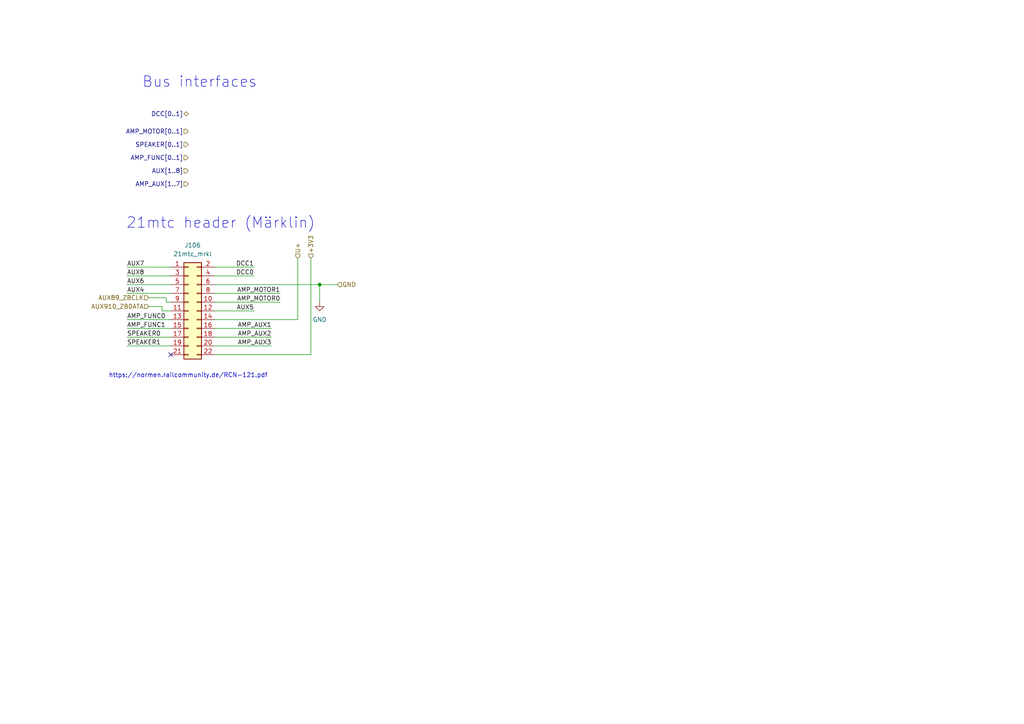
<source format=kicad_sch>
(kicad_sch (version 20231120) (generator "eeschema") (generator_version "8.0")
  (paper "A4")
  (lib_symbols
    (symbol "Connector_Generic:Conn_02x11_Odd_Even" (pin_names (offset 1.016) hide)
      (property "Reference" "J" (at 1.27 15.24 0))
      (property "Value" "Conn_02x11_Odd_Even" (at 1.27 -15.24 0))
      (symbol "Conn_02x11_Odd_Even_1_1"
        (rectangle (start -1.27 -12.573) (end 0 -12.827) (stroke (width 0.1524)))
        (rectangle (start -1.27 -10.033) (end 0 -10.287) (stroke (width 0.1524)))
        (rectangle (start -1.27 -7.493) (end 0 -7.747) (stroke (width 0.1524)))
        (rectangle (start -1.27 -4.953) (end 0 -5.207) (stroke (width 0.1524)))
        (rectangle (start -1.27 -2.413) (end 0 -2.667) (stroke (width 0.1524)))
        (rectangle (start -1.27 0.127) (end 0 -0.127) (stroke (width 0.1524)))
        (rectangle (start -1.27 2.667) (end 0 2.413) (stroke (width 0.1524)))
        (rectangle (start -1.27 5.207) (end 0 4.953) (stroke (width 0.1524)))
        (rectangle (start -1.27 7.747) (end 0 7.493) (stroke (width 0.1524)))
        (rectangle (start -1.27 10.287) (end 0 10.033) (stroke (width 0.1524)))
        (rectangle (start -1.27 12.827) (end 0 12.573) (stroke (width 0.1524)))
        (rectangle (start -1.27 13.97) (end 3.81 -13.97) (stroke (width 0.254)) (fill (type background)))
        (rectangle (start 3.81 -12.573) (end 2.54 -12.827) (stroke (width 0.1524)))
        (rectangle (start 3.81 -10.033) (end 2.54 -10.287) (stroke (width 0.1524)))
        (rectangle (start 3.81 -7.493) (end 2.54 -7.747) (stroke (width 0.1524)))
        (rectangle (start 3.81 -4.953) (end 2.54 -5.207) (stroke (width 0.1524)))
        (rectangle (start 3.81 -2.413) (end 2.54 -2.667) (stroke (width 0.1524)))
        (rectangle (start 3.81 0.127) (end 2.54 -0.127) (stroke (width 0.1524)))
        (rectangle (start 3.81 2.667) (end 2.54 2.413) (stroke (width 0.1524)))
        (rectangle (start 3.81 5.207) (end 2.54 4.953) (stroke (width 0.1524)))
        (rectangle (start 3.81 7.747) (end 2.54 7.493) (stroke (width 0.1524)))
        (rectangle (start 3.81 10.287) (end 2.54 10.033) (stroke (width 0.1524)))
        (rectangle (start 3.81 12.827) (end 2.54 12.573) (stroke (width 0.1524)))
        (pin passive line (at -5.08 12.7 0) (length 3.81) (name "Pin_1") (number "1"))
        (pin passive line (at 7.62 2.54 180) (length 3.81) (name "Pin_10") (number "10"))
        (pin passive line (at -5.08 0 0) (length 3.81) (name "Pin_11") (number "11"))
        (pin passive line (at 7.62 0 180) (length 3.81) (name "Pin_12") (number "12"))
        (pin passive line (at -5.08 -2.54 0) (length 3.81) (name "Pin_13") (number "13"))
        (pin passive line (at 7.62 -2.54 180) (length 3.81) (name "Pin_14") (number "14"))
        (pin passive line (at -5.08 -5.08 0) (length 3.81) (name "Pin_15") (number "15"))
        (pin passive line (at 7.62 -5.08 180) (length 3.81) (name "Pin_16") (number "16"))
        (pin passive line (at -5.08 -7.62 0) (length 3.81) (name "Pin_17") (number "17"))
        (pin passive line (at 7.62 -7.62 180) (length 3.81) (name "Pin_18") (number "18"))
        (pin passive line (at -5.08 -10.16 0) (length 3.81) (name "Pin_19") (number "19"))
        (pin passive line (at 7.62 12.7 180) (length 3.81) (name "Pin_2") (number "2"))
        (pin passive line (at 7.62 -10.16 180) (length 3.81) (name "Pin_20") (number "20"))
        (pin passive line (at -5.08 -12.7 0) (length 3.81) (name "Pin_21") (number "21"))
        (pin passive line (at 7.62 -12.7 180) (length 3.81) (name "Pin_22") (number "22"))
        (pin passive line (at -5.08 10.16 0) (length 3.81) (name "Pin_3") (number "3"))
        (pin passive line (at 7.62 10.16 180) (length 3.81) (name "Pin_4") (number "4"))
        (pin passive line (at -5.08 7.62 0) (length 3.81) (name "Pin_5") (number "5"))
        (pin passive line (at 7.62 7.62 180) (length 3.81) (name "Pin_6") (number "6"))
        (pin passive line (at -5.08 5.08 0) (length 3.81) (name "Pin_7") (number "7"))
        (pin passive line (at 7.62 5.08 180) (length 3.81) (name "Pin_8") (number "8"))
        (pin passive line (at -5.08 2.54 0) (length 3.81) (name "Pin_9") (number "9"))
      )
    )
    (symbol "power:GND" (power) (pin_names (offset 0))
      (property "Value" "GND" (at 0 -3.81 0))
      (symbol "GND_0_1"
        (polyline (pts (xy 0 0) (xy 0 -1.27) (xy 1.27 -1.27) (xy 0 -2.54) (xy -1.27 -1.27) (xy 0 -1.27)))
      )
      (symbol "GND_1_1"
        (pin power_in line (at 0 0 270) (length 0) hide (name "GND") (number "1"))
      )
    )
  )
  (junction (at 92.71 82.55))
  (no_connect (at 49.53 102.87))
  (wire (pts (xy 46.99 90.17) (xy 49.53 90.17)))
  (wire (pts (xy 62.23 102.87) (xy 90.17 102.87)))
  (wire (pts (xy 46.99 88.9) (xy 46.99 90.17)))
  (wire (pts (xy 36.83 80.01) (xy 49.53 80.01)))
  (wire (pts (xy 62.23 92.71) (xy 86.36 92.71)))
  (wire (pts (xy 62.23 90.17) (xy 73.66 90.17)))
  (wire (pts (xy 62.23 95.25) (xy 78.74 95.25)))
  (wire (pts (xy 92.71 82.55) (xy 97.79 82.55)))
  (wire (pts (xy 36.83 77.47) (xy 49.53 77.47)))
  (wire (pts (xy 36.83 85.09) (xy 49.53 85.09)))
  (wire (pts (xy 36.83 92.71) (xy 49.53 92.71)))
  (wire (pts (xy 92.71 82.55) (xy 92.71 87.63)))
  (wire (pts (xy 36.83 82.55) (xy 49.53 82.55)))
  (wire (pts (xy 62.23 97.79) (xy 78.74 97.79)))
  (wire (pts (xy 62.23 82.55) (xy 92.71 82.55)))
  (wire (pts (xy 43.18 86.36) (xy 48.26 86.36)))
  (wire (pts (xy 48.26 87.63) (xy 49.53 87.63)))
  (wire (pts (xy 48.26 86.36) (xy 48.26 87.63)))
  (wire (pts (xy 46.99 88.9) (xy 43.18 88.9)))
  (wire (pts (xy 90.17 74.93) (xy 90.17 102.87)))
  (wire (pts (xy 62.23 85.09) (xy 81.28 85.09)))
  (wire (pts (xy 36.83 95.25) (xy 49.53 95.25)))
  (wire (pts (xy 62.23 80.01) (xy 73.66 80.01)))
  (wire (pts (xy 86.36 74.93) (xy 86.36 92.71)))
  (wire (pts (xy 62.23 77.47) (xy 73.66 77.47)))
  (wire (pts (xy 62.23 87.63) (xy 81.28 87.63)))
  (wire (pts (xy 36.83 97.79) (xy 49.53 97.79)))
  (wire (pts (xy 36.83 100.33) (xy 49.53 100.33)))
  (wire (pts (xy 62.23 100.33) (xy 78.74 100.33)))
  (text "21mtc header (Märklin)" (at 64.008 64.77 0) (effects (font (size 3.048 3.048))))
  (text "https://normen.railcommunity.de/RCN-121.pdf" (at 54.61 108.966 0) (effects (font (size 1.27 1.27))))
  (text "Bus interfaces" (at 57.912 23.876 0) (effects (font (size 3.048 3.048))))
  (label "AMP_MOTOR1" (at 81.28 85.09 180))
  (label "SPEAKER1" (at 36.83 100.33 0))
  (label "DCC0" (at 73.66 80.01 180))
  (label "AUX7" (at 36.83 77.47 0))
  (label "AUX5" (at 73.66 90.17 180))
  (label "AUX4" (at 36.83 85.09 0))
  (label "AMP_AUX1" (at 78.74 95.25 180))
  (label "AUX8" (at 36.83 80.01 0))
  (label "AUX6" (at 36.83 82.55 0))
  (label "AMP_FUNC1" (at 36.83 95.25 0))
  (label "DCC1" (at 73.66 77.47 180))
  (label "AMP_FUNC0" (at 36.83 92.71 0))
  (label "AMP_AUX3" (at 78.74 100.33 180))
  (label "AMP_MOTOR0" (at 81.28 87.63 180))
  (label "AMP_AUX2" (at 78.74 97.79 180))
  (label "SPEAKER0" (at 36.83 97.79 0))
  (hierarchical_label "AUX89_ZBCLK" (shape input) (at 43.18 86.36 180))
  (hierarchical_label "SPEAKER[0..1]" (shape input) (at 54.61 41.91 180))
  (hierarchical_label "AMP_MOTOR[0..1]" (shape input) (at 54.61 38.1 180))
  (hierarchical_label "AMP_FUNC[0..1]" (shape input) (at 54.61 45.72 180))
  (hierarchical_label "AUX910_ZBDATA" (shape input) (at 43.18 88.9 180))
  (hierarchical_label "GND" (shape input) (at 97.79 82.55 0))
  (hierarchical_label "AUX[1..8]" (shape input) (at 54.61 49.53 180))
  (hierarchical_label "+3V3" (shape input) (at 90.17 74.93 90))
  (hierarchical_label "U+" (shape input) (at 86.36 74.93 90))
  (hierarchical_label "AMP_AUX[1..7]" (shape input) (at 54.61 53.34 180))
  (hierarchical_label "DCC[0..1]" (shape bidirectional) (at 54.61 33.02 180))
  (symbol (lib_id "Connector_Generic:Conn_02x11_Odd_Even") (at 54.61 90.17 0) (unit 1) (exclude_from_sim yes)
    (property "Reference" "J106" (at 55.88 71.12 0))
    (property "Value" "21mtc_mrkl" (at 55.88 73.66 0))
    (property "Footprint" "Connector_PinSocket_1.27mm:PinSocket_2x11_P1.27mm_Vertical_SMD" (effects (hide yes)))
    (property "Description" "Generic connector, double row, 02x11, odd/even pin numbering scheme (row 1 odd numbers, row 2 even numbers), script generated (kicad-library-utils/schlib/autogen/connector/)" (effects (hide yes)))
  )
  (symbol (lib_id "power:GND") (at 92.71 87.63 0) (unit 1)
    (property "Reference" "#PWR0103" (effects (hide yes)))
    (property "Value" "GND" (at 92.71 92.71 0))
    (property "Description" "Power symbol creates a global label with name \"GND\" , ground" (effects (hide yes)))
  )
)
</source>
